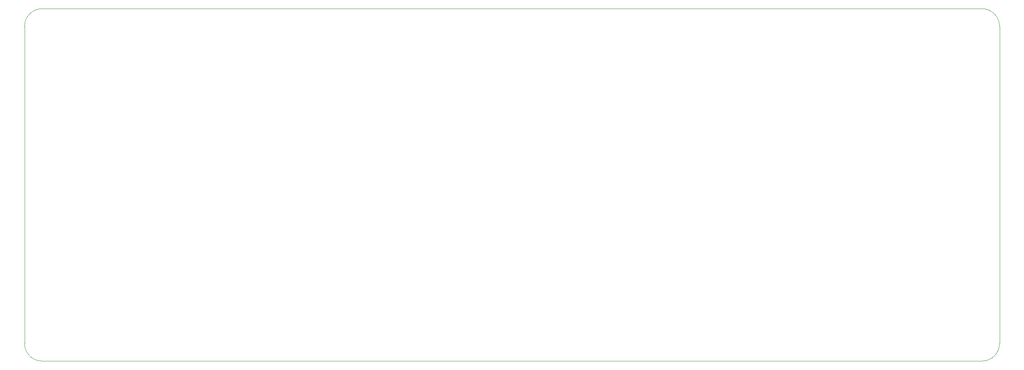
<source format=gbr>
%TF.GenerationSoftware,KiCad,Pcbnew,(5.1.6)-1*%
%TF.CreationDate,2020-11-27T16:54:08-06:00*%
%TF.ProjectId,BMS_2021_Rev1,424d535f-3230-4323-915f-526576312e6b,rev?*%
%TF.SameCoordinates,Original*%
%TF.FileFunction,Profile,NP*%
%FSLAX46Y46*%
G04 Gerber Fmt 4.6, Leading zero omitted, Abs format (unit mm)*
G04 Created by KiCad (PCBNEW (5.1.6)-1) date 2020-11-27 16:54:08*
%MOMM*%
%LPD*%
G01*
G04 APERTURE LIST*
%TA.AperFunction,Profile*%
%ADD10C,0.050000*%
%TD*%
G04 APERTURE END LIST*
D10*
X41910000Y-25400000D02*
X39370000Y-25400000D01*
X41910000Y-101600000D02*
X39370000Y-101600000D01*
X242570000Y-25400000D02*
G75*
G02*
X246380000Y-29210000I0J-3810000D01*
G01*
X41910000Y-25400000D02*
X242570000Y-25400000D01*
X35560000Y-29210000D02*
G75*
G02*
X39370000Y-25400000I3810000J0D01*
G01*
X35560000Y-97790000D02*
X35560000Y-29210000D01*
X39370000Y-101600000D02*
G75*
G02*
X35560000Y-97790000I0J3810000D01*
G01*
X242570000Y-101600000D02*
X41910000Y-101600000D01*
X246380000Y-97790000D02*
G75*
G02*
X242570000Y-101600000I-3810000J0D01*
G01*
X246380000Y-29210000D02*
X246380000Y-97790000D01*
M02*

</source>
